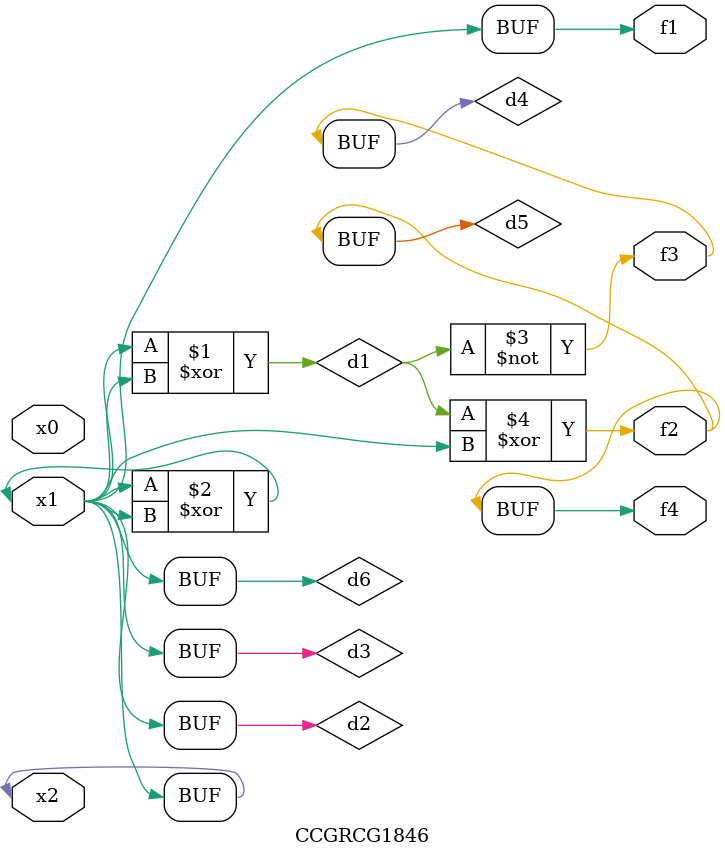
<source format=v>
module CCGRCG1846(
	input x0, x1, x2,
	output f1, f2, f3, f4
);

	wire d1, d2, d3, d4, d5, d6;

	xor (d1, x1, x2);
	buf (d2, x1, x2);
	xor (d3, x1, x2);
	nor (d4, d1);
	xor (d5, d1, d2);
	buf (d6, d2, d3);
	assign f1 = d6;
	assign f2 = d5;
	assign f3 = d4;
	assign f4 = d5;
endmodule

</source>
